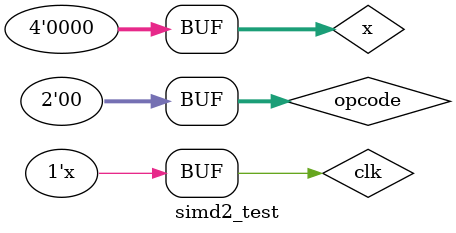
<source format=v>
`timescale 1ns / 1ps


module simd2_test;

	// Inputs
	reg clk;
	reg [3:0] x;
	reg [1:0] opcode;

	// Outputs
	wire [15:0] output_one;
	wire [15:0] output_two;
	wire [15:0] output_three;
	wire [15:0] output_four;
	wire [15:0] output_five;
	wire [15:0] output_six;
	wire [15:0] output_seven;
	wire [15:0] output_eight;
	wire [15:0] output_nine;
	wire [15:0] output_ten;

	// Instantiate the Unit Under Test (UUT)
	simd2 uut (
		.clk(clk), 
		.x(x), 
		.opcode(opcode), 
		.output_one(output_one), 
		.output_two(output_two), 
		.output_three(output_three), 
		.output_four(output_four), 
		.output_five(output_five), 
		.output_six(output_six), 
		.output_seven(output_seven), 
		.output_eight(output_eight), 
		.output_nine(output_nine), 
		.output_ten(output_ten)
	);

	initial begin
		// Initialize Inputs
		clk = 0;
		x = 4'b0000;
		opcode = 2'b00;

		// Wait 100 ns for global reset to finish
		#100;
        
		// Add stimulus here

	end
	always
		begin
		#50 ; 
		clk=~clk;
		end
      
endmodule


</source>
